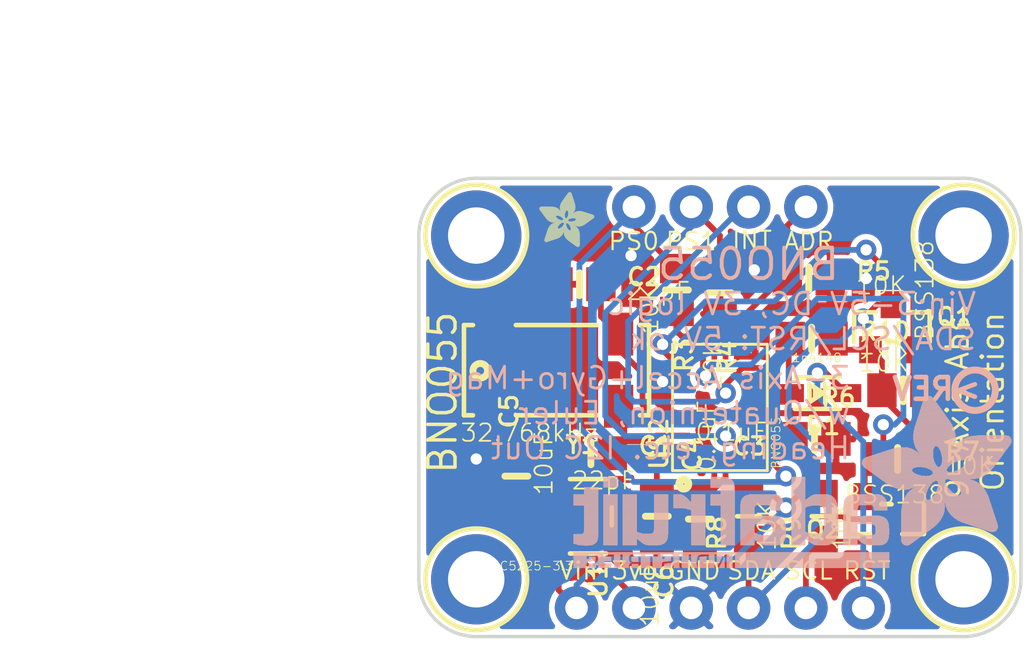
<source format=kicad_pcb>
(kicad_pcb (version 20171130) (host pcbnew no-vcs-found-7d6230a~61~ubuntu17.04.1)
  (layers (0 Top signal) (31 Bottom signal) (34 B.Paste user) (35 F.Paste user) (36 B.SilkS user) (37 F.SilkS user) (38 B.Mask user) (39 F.Mask user) (44 Edge.Cuts user))
  (net 0 "")
  (net 1 PS1_3V)
  (net 2 PS0_3V)
  (net 3 NRESET_3V)
  (net 4 INT_3V)
  (net 5 GND)
  (net 6 I2CADDR_3V)
  (net 7 SDA_3V)
  (net 8 SCL_3V)
  (net 9 N$1)
  (net 10 N$2)
  (net 11 N$3)
  (net 12 5.0V)
  (net 13 SDA_5V)
  (net 14 SCL_5V)
  (net 15 3.3V)
  (net 16 RST_5V)
  (module BNO055 (layer Top) (at 148.5011 105.0036 90)
    (fp_text reference U$2 (at -2.84 -2.248 90) (layer F.SilkS) (effects (font (size 0.77216 0.77216) (thickness 0.138988)) (justify left bottom)))
    (fp_text value BNO055 (at -2.74 2.71 90) (layer F.SilkS) (effects (font (size 0.38608 0.38608) (thickness 0.038608)) (justify left bottom)))
    (pad 28 smd rect (at -1.75 -1.5625 90) (size 0.25 0.475) (layers Top F.Paste F.Mask) (net 15 3.3V))
    (pad 27 smd rect (at -1.25 -1.5625 90) (size 0.25 0.475) (layers Top F.Paste F.Mask) (net 9 N$1))
    (pad 26 smd rect (at -0.75 -1.5625 90) (size 0.25 0.475) (layers Top F.Paste F.Mask) (net 10 N$2))
    (pad 25 smd rect (at -0.25 -1.5625 90) (size 0.25 0.475) (layers Top F.Paste F.Mask) (net 5 GND))
    (pad 24 smd rect (at 0.25 -1.5625 90) (size 0.25 0.475) (layers Top F.Paste F.Mask))
    (pad 23 smd rect (at 0.75 -1.5625 90) (size 0.25 0.475) (layers Top F.Paste F.Mask))
    (pad 22 smd rect (at 1.25 -1.5625 90) (size 0.25 0.475) (layers Top F.Paste F.Mask))
    (pad 21 smd rect (at 1.75 -1.5625 90) (size 0.25 0.475) (layers Top F.Paste F.Mask))
    (pad 20 smd rect (at 2.25 -1.5625 90) (size 0.25 0.475) (layers Top F.Paste F.Mask) (net 7 SDA_3V))
    (pad 19 smd rect (at 2.3125 -0.75 90) (size 0.375 0.25) (layers Top F.Paste F.Mask) (net 8 SCL_3V))
    (pad 18 smd rect (at 2.3125 -0.25 90) (size 0.375 0.25) (layers Top F.Paste F.Mask) (net 5 GND))
    (pad 17 smd rect (at 2.3125 0.25 90) (size 0.375 0.25) (layers Top F.Paste F.Mask) (net 6 I2CADDR_3V))
    (pad 16 smd rect (at 2.3125 0.75 90) (size 0.375 0.25) (layers Top F.Paste F.Mask) (net 5 GND))
    (pad 15 smd rect (at 2.25 1.5625 90) (size 0.25 0.475) (layers Top F.Paste F.Mask) (net 5 GND))
    (pad 14 smd rect (at 1.75 1.5625 90) (size 0.25 0.475) (layers Top F.Paste F.Mask) (net 4 INT_3V))
    (pad 13 smd rect (at 1.25 1.5625 90) (size 0.25 0.475) (layers Top F.Paste F.Mask))
    (pad 12 smd rect (at 0.75 1.5625 90) (size 0.25 0.475) (layers Top F.Paste F.Mask))
    (pad 11 smd rect (at 0.25 1.5625 90) (size 0.25 0.475) (layers Top F.Paste F.Mask) (net 3 NRESET_3V))
    (pad 10 smd rect (at -0.25 1.5625 90) (size 0.25 0.475) (layers Top F.Paste F.Mask) (net 5 GND))
    (pad 9 smd rect (at -0.75 1.5625 90) (size 0.25 0.475) (layers Top F.Paste F.Mask) (net 11 N$3))
    (pad 8 smd rect (at -1.25 1.5625 90) (size 0.25 0.475) (layers Top F.Paste F.Mask))
    (pad 7 smd rect (at -1.75 1.5625 90) (size 0.25 0.475) (layers Top F.Paste F.Mask))
    (pad 6 smd rect (at -2.25 1.5625 90) (size 0.25 0.475) (layers Top F.Paste F.Mask) (net 2 PS0_3V))
    (pad 5 smd rect (at -2.3125 0.75 90) (size 0.375 0.25) (layers Top F.Paste F.Mask) (net 1 PS1_3V))
    (pad 4 smd rect (at -2.3125 0.25 90) (size 0.375 0.25) (layers Top F.Paste F.Mask) (net 15 3.3V))
    (pad 3 smd rect (at -2.3125 -0.25 90) (size 0.375 0.25) (layers Top F.Paste F.Mask) (net 15 3.3V))
    (pad 2 smd rect (at -2.3125 -0.75 90) (size 0.375 0.25) (layers Top F.Paste F.Mask) (net 5 GND))
    (pad 1 smd rect (at -2.25 -1.5625 90) (size 0.25 0.475) (layers Top F.Paste F.Mask))
  )
  (module 0805-NO (layer Top) (at 146.5961 99.7966 270)
    (fp_text reference R3 (at 2.032 0.127 90) (layer F.SilkS) (effects (font (size 0.77216 0.77216) (thickness 0.138988)) (justify right top)))
    (fp_text value 10K (at 2.032 0.762 90) (layer F.SilkS) (effects (font (size 0.77216 0.77216) (thickness 0.077216)) (justify left bottom)))
    (pad 2 smd rect (at 0.95 0 270) (size 1.3 1.5) (layers Top F.Paste F.Mask) (net 5 GND))
    (pad 1 smd rect (at -0.95 0 270) (size 1.3 1.5) (layers Top F.Paste F.Mask) (net 2 PS0_3V))
  )
  (module 0805-NO (layer Top) (at 148.5011 99.9236 270)
    (fp_text reference R4 (at 2.032 0.127 90) (layer F.SilkS) (effects (font (size 0.77216 0.77216) (thickness 0.138988)) (justify right top)))
    (fp_text value 10K (at 2.032 0.762 90) (layer F.SilkS) (effects (font (size 0.77216 0.77216) (thickness 0.077216)) (justify right top)))
    (pad 2 smd rect (at 0.95 0 270) (size 1.3 1.5) (layers Top F.Paste F.Mask) (net 5 GND))
    (pad 1 smd rect (at -0.95 0 270) (size 1.3 1.5) (layers Top F.Paste F.Mask) (net 1 PS1_3V))
  )
  (module 0805-NO (layer Top) (at 152.4381 99.2886)
    (fp_text reference R5 (at 2.032 0.127) (layer F.SilkS) (effects (font (size 0.77216 0.77216) (thickness 0.138988)) (justify left bottom)))
    (fp_text value 10K (at 2.032 0.762) (layer F.SilkS) (effects (font (size 0.77216 0.77216) (thickness 0.077216)) (justify left bottom)))
    (pad 2 smd rect (at 0.95 0) (size 1.3 1.5) (layers Top F.Paste F.Mask) (net 5 GND))
    (pad 1 smd rect (at -0.95 0) (size 1.3 1.5) (layers Top F.Paste F.Mask) (net 6 I2CADDR_3V))
  )
  (module 0805-NO (layer Top) (at 156.6291 104.2416 180)
    (fp_text reference R6 (at 2.032 0.127) (layer F.SilkS) (effects (font (size 0.77216 0.77216) (thickness 0.138988)) (justify right top)))
    (fp_text value 10K (at 2.032 0.762) (layer F.SilkS) (effects (font (size 0.77216 0.77216) (thickness 0.077216)) (justify left bottom)))
    (pad 2 smd rect (at 0.95 0 180) (size 1.3 1.5) (layers Top F.Paste F.Mask) (net 15 3.3V))
    (pad 1 smd rect (at -0.95 0 180) (size 1.3 1.5) (layers Top F.Paste F.Mask) (net 7 SDA_3V))
  )
  (module 0805-NO (layer Top) (at 156.3751 107.2896)
    (fp_text reference R7 (at 2.032 0.127) (layer F.SilkS) (effects (font (size 0.77216 0.77216) (thickness 0.138988)) (justify left bottom)))
    (fp_text value 10K (at 2.032 0.762) (layer F.SilkS) (effects (font (size 0.77216 0.77216) (thickness 0.077216)) (justify left bottom)))
    (pad 2 smd rect (at 0.95 0) (size 1.3 1.5) (layers Top F.Paste F.Mask) (net 15 3.3V))
    (pad 1 smd rect (at -0.95 0) (size 1.3 1.5) (layers Top F.Paste F.Mask) (net 8 SCL_3V))
  )
  (module CRYSTAL_8X3.8 (layer Top) (at 141.2621 103.3526 180)
    (fp_text reference Y1 (at -1.9 -2.854) (layer F.SilkS) (effects (font (size 0.77216 0.77216) (thickness 0.138988)) (justify right top)))
    (fp_text value 32.768kHz (at -1.9 -2.327) (layer F.SilkS) (effects (font (size 0.77216 0.77216) (thickness 0.077216)) (justify right top)))
    (pad P$4 smd rect (at -2.75 -1.6 180) (size 1.3 1.9) (layers Top F.Paste F.Mask) (net 9 N$1))
    (pad P$3 smd rect (at 2.75 -1.6 180) (size 1.3 1.9) (layers Top F.Paste F.Mask))
    (pad P$2 smd rect (at 2.75 1.6 180) (size 1.3 1.9) (layers Top F.Paste F.Mask))
    (pad P$1 smd rect (at -2.75 1.6 180) (size 1.3 1.9) (layers Top F.Paste F.Mask) (net 10 N$2))
  )
  (module 0805-NO (layer Top) (at 142.7861 107.0356)
    (fp_text reference C1 (at 2.032 0.127) (layer F.SilkS) (effects (font (size 0.77216 0.77216) (thickness 0.138988)) (justify left bottom)))
    (fp_text value 22pF (at 2.032 0.762) (layer F.SilkS) (effects (font (size 0.77216 0.77216) (thickness 0.077216)) (justify right top)))
    (pad 2 smd rect (at 0.95 0) (size 1.3 1.5) (layers Top F.Paste F.Mask) (net 9 N$1))
    (pad 1 smd rect (at -0.95 0) (size 1.3 1.5) (layers Top F.Paste F.Mask) (net 5 GND))
  )
  (module 0805-NO (layer Top) (at 142.2781 99.5426)
    (fp_text reference C2 (at 2.032 0.127) (layer F.SilkS) (effects (font (size 0.77216 0.77216) (thickness 0.138988)) (justify left bottom)))
    (fp_text value 22pF (at 2.032 0.762) (layer F.SilkS) (effects (font (size 0.77216 0.77216) (thickness 0.077216)) (justify left bottom)))
    (pad 2 smd rect (at 0.95 0) (size 1.3 1.5) (layers Top F.Paste F.Mask) (net 10 N$2))
    (pad 1 smd rect (at -0.95 0) (size 1.3 1.5) (layers Top F.Paste F.Mask) (net 5 GND))
  )
  (module 0805-NO (layer Top) (at 152.6921 106.4006 180)
    (fp_text reference C3 (at 2.032 0.127) (layer F.SilkS) (effects (font (size 0.77216 0.77216) (thickness 0.138988)) (justify right top)))
    (fp_text value 0.1uF (at 2.032 0.762) (layer F.SilkS) (effects (font (size 0.77216 0.77216) (thickness 0.077216)) (justify right top)))
    (pad 2 smd rect (at 0.95 0 180) (size 1.3 1.5) (layers Top F.Paste F.Mask) (net 11 N$3))
    (pad 1 smd rect (at -0.95 0 180) (size 1.3 1.5) (layers Top F.Paste F.Mask) (net 5 GND))
  )
  (module 0805_10MGAP (layer Top) (at 147.6121 109.9566 90)
    (fp_text reference C4 (at 2.032 0.127 90) (layer F.SilkS) (effects (font (size 0.77216 0.77216) (thickness 0.138988)) (justify left bottom)))
    (fp_text value 0.1uF (at 2.032 0.762 90) (layer F.SilkS) (effects (font (size 0.77216 0.77216) (thickness 0.077216)) (justify left bottom)))
    (pad 2 smd rect (at 1.05 0 90) (size 1.2 1.5) (layers Top F.Paste F.Mask) (net 15 3.3V))
    (pad 1 smd rect (at -1.05 0 90) (size 1.2 1.5) (layers Top F.Paste F.Mask) (net 5 GND))
  )
  (module FIDUCIAL_1MM (layer Top) (at 155.9941 96.2406)
    (fp_text reference FID1 hide)
    (fp_text value FIDUCIAL"" hide)
    (pad 1 smd circle (at 0 0) (size 1 1) (layers Top F.Paste F.Mask))
  )
  (module FIDUCIAL_1MM (layer Top) (at 136.8171 109.3216)
    (fp_text reference FID2 hide)
    (fp_text value FIDUCIAL"" hide)
    (pad 1 smd circle (at 0 0) (size 1 1) (layers Top F.Paste F.Mask))
  )
  (module SOT23-WIDE (layer Top) (at 156.1211 101.4476)
    (fp_text reference Q1 (at 1.905 0) (layer F.SilkS) (effects (font (size 0.77216 0.77216) (thickness 0.138988)) (justify left bottom)))
    (fp_text value BSS138 (at 1.905 0.635 90) (layer F.SilkS) (effects (font (size 0.77216 0.77216) (thickness 0.077216)) (justify left bottom)))
    (pad 1 smd rect (at -0.95 1) (size 1 1.2) (layers Top F.Paste F.Mask) (net 15 3.3V))
    (pad 2 smd rect (at 0.95 1) (size 1 1.2) (layers Top F.Paste F.Mask) (net 7 SDA_3V))
    (pad 3 smd rect (at 0 -1) (size 1 1.2) (layers Top F.Paste F.Mask) (net 13 SDA_5V))
  )
  (module SOT23-WIDE (layer Top) (at 155.8671 109.9566 180)
    (fp_text reference Q2 (at 1.905 0) (layer F.SilkS) (effects (font (size 0.77216 0.77216) (thickness 0.138988)) (justify right top)))
    (fp_text value BSS138 (at 1.905 0.635) (layer F.SilkS) (effects (font (size 0.77216 0.77216) (thickness 0.077216)) (justify left bottom)))
    (pad 1 smd rect (at -0.95 1 180) (size 1 1.2) (layers Top F.Paste F.Mask) (net 15 3.3V))
    (pad 2 smd rect (at 0.95 1 180) (size 1 1.2) (layers Top F.Paste F.Mask) (net 8 SCL_3V))
    (pad 3 smd rect (at 0 -1 180) (size 1 1.2) (layers Top F.Paste F.Mask) (net 14 SCL_5V))
  )
  (module _0805MP (layer Top) (at 149.7711 109.8296 90)
    (fp_text reference R8 (at -1.5875 -0.9525 90) (layer F.SilkS) (effects (font (size 0.77216 0.77216) (thickness 0.138988)) (justify left bottom)))
    (fp_text value 10K (at -1.5875 1.27 90) (layer F.SilkS) (effects (font (size 0.77216 0.77216) (thickness 0.077216)) (justify left bottom)))
    (pad 2 smd rect (at 1.016 0 90) (size 1.2 1.3) (layers Top F.Paste F.Mask) (net 12 5.0V))
    (pad 1 smd rect (at -1.016 0 90) (size 1.2 1.3) (layers Top F.Paste F.Mask) (net 13 SDA_5V))
  )
  (module _0805MP (layer Top) (at 153.0731 109.8296 90)
    (fp_text reference R9 (at -1.5875 -0.9525 90) (layer F.SilkS) (effects (font (size 0.77216 0.77216) (thickness 0.138988)) (justify left bottom)))
    (fp_text value 10K (at -1.5875 1.27 90) (layer F.SilkS) (effects (font (size 0.77216 0.77216) (thickness 0.077216)) (justify left bottom)))
    (pad 2 smd rect (at 1.016 0 90) (size 1.2 1.3) (layers Top F.Paste F.Mask) (net 12 5.0V))
    (pad 1 smd rect (at -1.016 0 90) (size 1.2 1.3) (layers Top F.Paste F.Mask) (net 14 SCL_5V))
  )
  (module SOT23-5 (layer Top) (at 142.6591 109.8296 270)
    (fp_text reference U1 (at 1.978 0 90) (layer F.SilkS) (effects (font (size 0.77216 0.77216) (thickness 0.138988)) (justify right top)))
    (fp_text value MIC5225-3.3 (at 1.978 0.635) (layer F.SilkS) (effects (font (size 0.38608 0.38608) (thickness 0.038608)) (justify right top)))
    (pad 5 smd rect (at -0.95 -1.3001 270) (size 0.55 1.2) (layers Top F.Paste F.Mask) (net 15 3.3V))
    (pad 4 smd rect (at 0.95 -1.3001 270) (size 0.55 1.2) (layers Top F.Paste F.Mask))
    (pad 3 smd rect (at 0.95 1.3001 270) (size 0.55 1.2) (layers Top F.Paste F.Mask) (net 12 5.0V))
    (pad 2 smd rect (at 0 1.3001 270) (size 0.55 1.2) (layers Top F.Paste F.Mask) (net 5 GND))
    (pad 1 smd rect (at -0.95 1.3001 270) (size 0.55 1.2) (layers Top F.Paste F.Mask) (net 12 5.0V))
  )
  (module 0805-NO (layer Top) (at 139.4841 108.0516 90)
    (fp_text reference C5 (at 2.032 0.127 90) (layer F.SilkS) (effects (font (size 0.77216 0.77216) (thickness 0.138988)) (justify left bottom)))
    (fp_text value 10uF (at 2.032 0.762 90) (layer F.SilkS) (effects (font (size 0.77216 0.77216) (thickness 0.077216)) (justify right top)))
    (pad 2 smd rect (at 0.95 0 90) (size 1.3 1.5) (layers Top F.Paste F.Mask) (net 5 GND))
    (pad 1 smd rect (at -0.95 0 90) (size 1.3 1.5) (layers Top F.Paste F.Mask) (net 12 5.0V))
  )
  (module 0805_10MGAP (layer Top) (at 145.7071 109.8296 270)
    (fp_text reference C6 (at 2.032 0.127 90) (layer F.SilkS) (effects (font (size 0.77216 0.77216) (thickness 0.138988)) (justify right top)))
    (fp_text value 10uF (at 2.032 0.762 90) (layer F.SilkS) (effects (font (size 0.77216 0.77216) (thickness 0.077216)) (justify right top)))
    (pad 2 smd rect (at 1.05 0 270) (size 1.2 1.5) (layers Top F.Paste F.Mask) (net 5 GND))
    (pad 1 smd rect (at -1.05 0 270) (size 1.2 1.5) (layers Top F.Paste F.Mask) (net 15 3.3V))
  )
  (module 0805-NO (layer Top) (at 152.5651 101.9556)
    (fp_text reference R10 (at 2.032 0.127) (layer F.SilkS) (effects (font (size 0.77216 0.77216) (thickness 0.138988)) (justify left bottom)))
    (fp_text value 10K (at 2.032 0.762) (layer F.SilkS) (effects (font (size 0.77216 0.77216) (thickness 0.077216)) (justify left bottom)))
    (pad 2 smd rect (at 0.95 0) (size 1.3 1.5) (layers Top F.Paste F.Mask) (net 15 3.3V))
    (pad 1 smd rect (at -0.95 0) (size 1.3 1.5) (layers Top F.Paste F.Mask) (net 3 NRESET_3V))
  )
  (module MOUNTINGHOLE_2.5_PLATED_THICK (layer Top) (at 137.7061 97.3836)
    (fp_text reference U$29 hide)
    (fp_text value MOUNTINGHOLE2.5_THICK hide)
    (pad P$1 thru_hole circle (at 0 0) (size 4 4) (drill 2.5) (layers *.Cu *.Mask))
  )
  (module MOUNTINGHOLE_2.5_PLATED_THICK (layer Top) (at 137.7061 112.6236)
    (fp_text reference U$30 hide)
    (fp_text value MOUNTINGHOLE2.5_THICK hide)
    (pad P$1 thru_hole circle (at 0 0) (size 4 4) (drill 2.5) (layers *.Cu *.Mask))
  )
  (module 1X06_ROUND_76 (layer Top) (at 148.5011 113.8936)
    (fp_text reference JP1 hide)
    (fp_text value "" (at -7.62 1.905) (layer F.SilkS) (effects (font (size 0.38608 0.38608) (thickness 0.038608)) (justify left bottom)))
    (pad 6 thru_hole circle (at 6.35 0 90) (size 1.9304 1.9304) (drill 1) (layers *.Cu *.Mask) (net 16 RST_5V))
    (pad 5 thru_hole circle (at 3.81 0 90) (size 1.9304 1.9304) (drill 1) (layers *.Cu *.Mask) (net 14 SCL_5V))
    (pad 4 thru_hole circle (at 1.27 0 90) (size 1.9304 1.9304) (drill 1) (layers *.Cu *.Mask) (net 13 SDA_5V))
    (pad 3 thru_hole circle (at -1.27 0 90) (size 1.9304 1.9304) (drill 1) (layers *.Cu *.Mask) (net 5 GND))
    (pad 2 thru_hole circle (at -3.81 0 90) (size 1.9304 1.9304) (drill 1) (layers *.Cu *.Mask) (net 15 3.3V))
    (pad 1 thru_hole circle (at -6.35 0 90) (size 1.9304 1.9304) (drill 1) (layers *.Cu *.Mask) (net 12 5.0V))
  )
  (module 1X04_ROUND_76 (layer Top) (at 148.5011 96.1136)
    (fp_text reference JP2 hide)
    (fp_text value "" (at -5.08 3.175) (layer F.SilkS) (effects (font (size 0.38608 0.38608) (thickness 0.038608)) (justify left bottom)))
    (pad 4 thru_hole circle (at 3.81 0 90) (size 1.9304 1.9304) (drill 1) (layers *.Cu *.Mask) (net 6 I2CADDR_3V))
    (pad 3 thru_hole circle (at 1.27 0 90) (size 1.9304 1.9304) (drill 1) (layers *.Cu *.Mask) (net 4 INT_3V))
    (pad 2 thru_hole circle (at -1.27 0 90) (size 1.9304 1.9304) (drill 1) (layers *.Cu *.Mask) (net 1 PS1_3V))
    (pad 1 thru_hole circle (at -3.81 0 90) (size 1.9304 1.9304) (drill 1) (layers *.Cu *.Mask) (net 2 PS0_3V))
  )
  (module MOUNTINGHOLE_2.5_PLATED_THICK (layer Top) (at 159.2961 97.3836)
    (fp_text reference U$31 hide)
    (fp_text value MOUNTINGHOLE2.5_THICK hide)
    (pad P$1 thru_hole circle (at 0 0) (size 4 4) (drill 2.5) (layers *.Cu *.Mask))
  )
  (module MOUNTINGHOLE_2.5_PLATED_THICK (layer Top) (at 159.2961 112.6236)
    (fp_text reference U$32 hide)
    (fp_text value MOUNTINGHOLE2.5_THICK hide)
    (pad P$1 thru_hole circle (at 0 0) (size 4 4) (drill 2.5) (layers *.Cu *.Mask))
  )
  (module SOD-323 (layer Top) (at 152.8191 104.3686 180)
    (fp_text reference D1 (at -1.1 -1) (layer F.SilkS) (effects (font (size 0.77216 0.77216) (thickness 0.138988)) (justify right top)))
    (fp_text value 1n4148 (at -1.1 1.792) (layer F.SilkS) (effects (font (size 0.38608 0.38608) (thickness 0.038608)) (justify right top)))
    (pad A smd rect (at 1.27 0 180) (size 1.35 0.8) (layers Top F.Paste F.Mask) (net 3 NRESET_3V))
    (pad C smd rect (at -1.27 0 180) (size 1.35 0.8) (layers Top F.Paste F.Mask) (net 16 RST_5V))
  )
  (module PCBFEAT-REV-040 (layer Bottom) (at 159.8041 104.2416 180)
    (fp_text reference U$3 hide)
    (fp_text value "" hide)
    (fp_text user >REV (at -0.3556 -0.508 180) (layer B.SilkS) (effects (font (size 0.9652 0.9652) (thickness 0.2032)) (justify left bottom mirror)))
  )
  (module ADAFRUIT_TEXT_20MM (layer Bottom) (at 161.5821 112.1156 180)
    (fp_text reference U$28 hide)
    (fp_text value "" hide)
  )
  (module ADAFRUIT_2.5MM (layer Top) (at 140.5001 97.8916)
    (fp_text reference U$33 hide)
    (fp_text value "" hide)
  )
  (gr_line (start 137.7061 94.8436) (end 159.2961 94.8436) (layer Edge.Cuts) (width 0.15))
  (gr_arc (start 159.2961 97.3836) (end 159.2961 94.8436) (angle 90) (layer Edge.Cuts) (width 0.15))
  (gr_line (start 161.8361 97.3836) (end 161.8361 112.6236) (layer Edge.Cuts) (width 0.15))
  (gr_arc (start 159.2961 112.6236) (end 161.8361 112.6236) (angle 90) (layer Edge.Cuts) (width 0.15))
  (gr_line (start 159.2961 115.1636) (end 137.7061 115.1636) (layer Edge.Cuts) (width 0.15))
  (gr_arc (start 137.7061 112.6236) (end 137.7061 115.1636) (angle 90) (layer Edge.Cuts) (width 0.15))
  (gr_line (start 135.1661 112.6236) (end 135.1661 97.3836) (layer Edge.Cuts) (width 0.15))
  (gr_arc (start 137.7061 97.3836) (end 135.1661 97.3836) (angle 90) (layer Edge.Cuts) (width 0.15))
  (gr_text BNO055 (at 136.2161 104.3466 90) (layer F.SilkS) (effects (font (size 1.2065 1.2065) (thickness 0.1524))))
  (gr_text Vin (at 142.2401 112.2426) (layer F.SilkS) (effects (font (size 0.77216 0.77216) (thickness 0.097536))))
  (gr_text GND (at 147.3531 112.2426) (layer F.SilkS) (effects (font (size 0.77216 0.77216) (thickness 0.097536))))
  (gr_text SDA (at 149.8931 112.2426) (layer F.SilkS) (effects (font (size 0.77216 0.77216) (thickness 0.097536))))
  (gr_text SCL (at 152.4331 112.2426) (layer F.SilkS) (effects (font (size 0.77216 0.77216) (thickness 0.097536))))
  (gr_text INT (at 149.9241 97.5896) (layer F.SilkS) (effects (font (size 0.77216 0.77216) (thickness 0.097536))))
  (gr_text RST (at 155.0131 112.2426) (layer F.SilkS) (effects (font (size 0.77216 0.77216) (thickness 0.097536))))
  (gr_text PS0 (at 144.6861 97.6376) (layer F.SilkS) (effects (font (size 0.77216 0.77216) (thickness 0.097536))))
  (gr_text PS1 (at 147.2261 97.6376) (layer F.SilkS) (effects (font (size 0.77216 0.77216) (thickness 0.097536))))
  (gr_text 3vo (at 144.7131 112.2426) (layer F.SilkS) (effects (font (size 0.77216 0.77216) (thickness 0.097536))))
  (gr_text ADR (at 152.4471 97.6376) (layer F.SilkS) (effects (font (size 0.77216 0.77216) (thickness 0.097536))))
  (gr_text "9-Axis Abs.\nOrientation" (at 159.8041 104.7496 90) (layer F.SilkS) (effects (font (size 0.9652 0.9652) (thickness 0.12192))))
  (gr_text BNO055 (at 149.7711 98.6536) (layer B.SilkS) (effects (font (size 1.35128 1.35128) (thickness 0.170688)) (justify mirror)))
  (gr_text "Vin:3-5V DC, 3V logic\nSDA/SCL/RST: 5V ok" (at 159.9311 101.1936) (layer B.SilkS) (effects (font (size 0.9652 0.9652) (thickness 0.12192)) (justify left mirror)))
  (gr_text "3-Axis Accel+Gyro+Mag\nw/Quaternion, Euler\nHeading, etc. I2C Out" (at 154.3431 105.2576) (layer B.SilkS) (effects (font (size 0.9652 0.9652) (thickness 0.12192)) (justify left mirror)))
  (segment (start 147.2311 96.1136) (end 148.5011 97.3836) (width 0.254) (layer Top) (net 1))
  (segment (start 148.5011 97.3836) (end 148.5011 98.9736) (width 0.254) (layer Top) (net 1))
  (segment (start 149.2511 107.3161) (end 149.2511 106.6426) (width 0.254) (layer Top) (net 1))
  (segment (start 149.2511 106.6426) (end 148.8821 106.2736) (width 0.254) (layer Top) (net 1))
  (segment (start 148.8821 106.2736) (end 148.7551 106.2736) (width 0.254) (layer Top) (net 1))
  (via (at 148.7551 106.2736) (size 0.9064) (drill 0.5) (layers Top Bottom) (net 1))
  (segment (start 148.7551 106.2736) (end 144.3101 106.2736) (width 0.254) (layer Bottom) (net 1))
  (segment (start 144.3101 106.2736) (end 143.4211 105.3846) (width 0.254) (layer Bottom) (net 1))
  (segment (start 143.4211 105.3846) (end 143.4211 100.8126) (width 0.254) (layer Bottom) (net 1))
  (segment (start 143.4211 100.8126) (end 147.2311 97.0026) (width 0.254) (layer Bottom) (net 1))
  (segment (start 147.2311 97.0026) (end 147.2311 96.1136) (width 0.254) (layer Bottom) (net 1))
  (segment (start 144.6911 96.1136) (end 144.6911 96.9416) (width 0.254) (layer Top) (net 2))
  (segment (start 144.6911 96.9416) (end 146.5961 98.8466) (width 0.254) (layer Top) (net 2))
  (segment (start 150.0636 107.2536) (end 150.6241 107.2536) (width 0.254) (layer Top) (net 2))
  (via (at 151.4221 108.0516) (size 0.9064) (drill 0.5) (layers Top Bottom) (net 2))
  (segment (start 144.6911 96.1136) (end 144.6911 96.2406) (width 0.254) (layer Bottom) (net 2))
  (segment (start 144.6911 96.2406) (end 142.2781 98.6536) (width 0.254) (layer Bottom) (net 2))
  (segment (start 142.2781 98.6536) (end 142.2781 105.8926) (width 0.254) (layer Bottom) (net 2))
  (segment (start 142.2781 105.8926) (end 144.6911 108.3056) (width 0.254) (layer Bottom) (net 2))
  (segment (start 144.6911 108.3056) (end 151.1681 108.3056) (width 0.254) (layer Bottom) (net 2))
  (segment (start 151.1681 108.3056) (end 151.4221 108.0516) (width 0.254) (layer Bottom) (net 2))
  (segment (start 150.6241 107.2536) (end 151.4221 108.0516) (width 0.254) (layer Top) (net 2))
  (segment (start 150.0636 104.7536) (end 151.4181 104.7536) (width 0.254) (layer Top) (net 3))
  (segment (start 151.4181 104.7536) (end 151.5491 104.6226) (width 0.254) (layer Top) (net 3))
  (segment (start 151.5491 104.6226) (end 151.5491 104.3686) (width 0.254) (layer Top) (net 3))
  (segment (start 151.6151 101.9556) (end 151.5491 101.8896) (width 0.254) (layer Top) (net 3))
  (segment (start 151.5491 101.8896) (end 151.5491 104.3686) (width 0.254) (layer Top) (net 3))
  (segment (start 150.0636 103.2536) (end 149.4891 103.2536) (width 0.254) (layer Top) (net 4))
  (segment (start 149.4891 103.2536) (end 148.7551 103.9876) (width 0.254) (layer Top) (net 4))
  (segment (start 148.7551 103.9876) (end 148.7551 104.3686) (width 0.254) (layer Top) (net 4))
  (via (at 148.7551 104.3686) (size 0.9064) (drill 0.5) (layers Top Bottom) (net 4))
  (segment (start 144.6911 104.7496) (end 148.3741 104.7496) (width 0.254) (layer Bottom) (net 4))
  (segment (start 148.3741 104.7496) (end 148.7551 104.3686) (width 0.254) (layer Bottom) (net 4))
  (segment (start 144.4371 101.1936) (end 149.5171 96.1136) (width 0.254) (layer Bottom) (net 4))
  (segment (start 149.5171 96.1136) (end 149.7711 96.1136) (width 0.254) (layer Bottom) (net 4))
  (segment (start 144.6911 104.7496) (end 144.4371 104.4956) (width 0.254) (layer Bottom) (net 4))
  (segment (start 144.4371 104.4956) (end 144.4371 101.1936) (width 0.254) (layer Bottom) (net 4))
  (segment (start 146.558 101.6) (end 146.5961 101.5619) (width 0.25) (layer Top) (net 5))
  (segment (start 146.5961 101.5619) (end 146.5961 100.7466) (width 0.25) (layer Top) (net 5))
  (segment (start 146.812 101.854) (end 146.558 101.6) (width 0.25) (layer Top) (net 5))
  (segment (start 147.8035 101.854) (end 146.812 101.854) (width 0.25) (layer Top) (net 5))
  (segment (start 148.2511 102.6911) (end 148.2511 102.108) (width 0.254) (layer Top) (net 5))
  (segment (start 148.2511 102.108) (end 148.2511 101.1236) (width 0.254) (layer Top) (net 5))
  (segment (start 148.2511 102.108) (end 148.0575 102.108) (width 0.25) (layer Top) (net 5))
  (segment (start 148.0575 102.108) (end 147.8035 101.854) (width 0.25) (layer Top) (net 5))
  (segment (start 147.7511 107.3161) (end 147.7511 105.6506) (width 0.254) (layer Top) (net 5))
  (segment (start 147.7511 105.6506) (end 147.4216 105.3211) (width 0.254) (layer Top) (net 5))
  (segment (start 147.4216 105.3211) (end 147.3541 105.2536) (width 0.254) (layer Top) (net 5))
  (segment (start 147.3541 105.2536) (end 146.9386 105.2536) (width 0.254) (layer Top) (net 5))
  (segment (start 148.2511 101.1236) (end 148.5011 100.8736) (width 0.254) (layer Top) (net 5))
  (via (at 137.7061 107.2896) (size 0.9064) (drill 0.5) (layers Top Bottom) (net 5))
  (via (at 144.5641 98.2726) (size 0.9064) (drill 0.5) (layers Top Bottom) (net 5))
  (via (at 154.9781 99.2886) (size 0.9064) (drill 0.5) (layers Top Bottom) (net 5))
  (segment (start 149.2511 102.6911) (end 149.3136 102.7536) (width 0.254) (layer Top) (net 5))
  (segment (start 149.3136 102.7536) (end 150.0636 102.7536) (width 0.254) (layer Top) (net 5))
  (segment (start 146.9386 105.2536) (end 146.4651 105.2536) (width 0.254) (layer Top) (net 5))
  (segment (start 146.4651 105.2536) (end 146.2151 105.0036) (width 0.254) (layer Top) (net 5))
  (segment (start 146.2151 105.0036) (end 146.2151 103.9876) (width 0.254) (layer Top) (net 5))
  (via (at 145.9611 103.8606) (size 0.9064) (drill 0.5) (layers Top Bottom) (net 5))
  (segment (start 146.0881 103.6066) (end 145.9611 103.4796) (width 0.254) (layer Bottom) (net 5))
  (via (at 150.0251 98.9076) (size 0.9064) (drill 0.5) (layers Top Bottom) (net 5))
  (segment (start 150.0636 105.2536) (end 153.7041 105.2536) (width 0.254) (layer Top) (net 5))
  (segment (start 153.7041 105.2536) (end 153.7081 105.2576) (width 0.254) (layer Top) (net 5))
  (segment (start 153.7081 105.2576) (end 153.7081 106.3346) (width 0.254) (layer Top) (net 5))
  (segment (start 153.7081 106.3346) (end 153.6421 106.4006) (width 0.254) (layer Top) (net 5))
  (segment (start 150.0636 105.2536) (end 147.4891 105.2536) (width 0.254) (layer Top) (net 5))
  (segment (start 147.4891 105.2536) (end 147.4216 105.3211) (width 0.254) (layer Top) (net 5))
  (segment (start 150.5331 101.0666) (end 150.9141 100.6856) (width 0.254) (layer Top) (net 5))
  (segment (start 153.0731 99.2886) (end 153.3881 99.2886) (width 0.254) (layer Top) (net 5))
  (segment (start 149.3901 101.9556) (end 148.8821 101.9556) (width 0.254) (layer Top) (net 6))
  (segment (start 148.8821 101.9556) (end 148.7511 102.0866) (width 0.254) (layer Top) (net 6))
  (segment (start 148.7511 102.0866) (end 148.7511 102.6911) (width 0.254) (layer Top) (net 6))
  (segment (start 149.3901 101.9556) (end 149.7711 101.5746) (width 0.254) (layer Top) (net 6))
  (segment (start 149.7711 101.5746) (end 149.7711 100.7516) (width 0.254) (layer Top) (net 6))
  (segment (start 151.4881 99.2886) (end 151.4881 96.9366) (width 0.254) (layer Top) (net 6))
  (segment (start 151.4881 96.9366) (end 152.3111 96.1136) (width 0.254) (layer Top) (net 6))
  (segment (start 149.7711 100.7516) (end 151.2341 99.2886) (width 0.254) (layer Top) (net 6))
  (segment (start 151.2341 99.2886) (end 151.4881 99.2886) (width 0.254) (layer Top) (net 6))
  (segment (start 146.9386 102.7536) (end 146.2511 102.7536) (width 0.254) (layer Top) (net 7))
  (segment (start 146.2511 102.7536) (end 145.9611 102.4636) (width 0.254) (layer Top) (net 7))
  (segment (start 145.9611 102.4636) (end 145.9611 102.2096) (width 0.254) (layer Top) (net 7))
  (via (at 145.9611 102.2096) (size 0.9064) (drill 0.5) (layers Top Bottom) (net 7))
  (via (at 154.9781 98.0186) (size 0.9064) (drill 0.5) (layers Top Bottom) (net 7))
  (segment (start 147.8661 100.3046) (end 145.9611 102.2096) (width 0.254) (layer Bottom) (net 7))
  (segment (start 147.8661 100.3046) (end 150.9141 100.3046) (width 0.254) (layer Bottom) (net 7))
  (segment (start 150.9141 100.3046) (end 153.2001 98.0186) (width 0.254) (layer Bottom) (net 7))
  (segment (start 153.2001 98.0186) (end 154.9781 98.0186) (width 0.254) (layer Bottom) (net 7))
  (segment (start 157.5791 104.2416) (end 157.0711 103.7336) (width 0.254) (layer Top) (net 7))
  (segment (start 157.0711 103.7336) (end 157.0711 102.4476) (width 0.254) (layer Top) (net 7))
  (segment (start 157.0711 102.4476) (end 157.0711 99.4766) (width 0.254) (layer Top) (net 7))
  (segment (start 157.0711 99.4766) (end 156.5021 98.9076) (width 0.254) (layer Top) (net 7))
  (segment (start 156.5021 98.9076) (end 155.8671 98.9076) (width 0.254) (layer Top) (net 7))
  (segment (start 155.8671 98.9076) (end 154.9781 98.0186) (width 0.254) (layer Top) (net 7))
  (segment (start 147.7511 102.6911) (end 147.7511 103.4916) (width 0.254) (layer Top) (net 8))
  (segment (start 147.7511 103.4916) (end 147.8661 103.6066) (width 0.254) (layer Top) (net 8))
  (via (at 147.8661 103.6066) (size 0.9064) (drill 0.5) (layers Top Bottom) (net 8))
  (segment (start 147.8661 103.6066) (end 147.8661 103.3526) (width 0.254) (layer Bottom) (net 8))
  (segment (start 147.8661 103.3526) (end 148.1201 103.0986) (width 0.254) (layer Bottom) (net 8))
  (segment (start 148.1201 103.0986) (end 149.8981 103.0986) (width 0.254) (layer Bottom) (net 8))
  (segment (start 149.8981 103.0986) (end 152.8191 100.1776) (width 0.254) (layer Bottom) (net 8))
  (segment (start 152.8191 100.1776) (end 156.5021 100.1776) (width 0.254) (layer Bottom) (net 8))
  (segment (start 156.5021 100.1776) (end 156.6291 100.3046) (width 0.254) (layer Bottom) (net 8))
  (segment (start 156.6291 100.3046) (end 156.6291 105.3846) (width 0.254) (layer Bottom) (net 8))
  (segment (start 156.6291 105.3846) (end 156.2481 105.7656) (width 0.254) (layer Bottom) (net 8))
  (segment (start 156.2481 105.7656) (end 155.7401 105.7656) (width 0.254) (layer Bottom) (net 8))
  (via (at 155.7401 105.7656) (size 0.9064) (drill 0.5) (layers Top Bottom) (net 8))
  (segment (start 155.7401 105.7656) (end 155.7401 107.2236) (width 0.254) (layer Top) (net 8))
  (segment (start 155.7401 107.2236) (end 155.6741 107.2896) (width 0.254) (layer Top) (net 8))
  (segment (start 155.6741 107.2896) (end 155.4251 107.2896) (width 0.254) (layer Top) (net 8))
  (segment (start 155.4251 107.2896) (end 154.9171 107.7976) (width 0.254) (layer Top) (net 8))
  (segment (start 154.9171 107.7976) (end 154.9171 108.9566) (width 0.254) (layer Top) (net 8))
  (segment (start 146.9386 106.2536) (end 145.6941 106.2536) (width 0.254) (layer Top) (net 9))
  (segment (start 144.2661 106.5056) (end 143.7361 107.0356) (width 0.254) (layer Top) (net 9))
  (segment (start 145.6941 106.2536) (end 145.4421 106.5056) (width 0.254) (layer Top) (net 9))
  (segment (start 145.4421 106.5056) (end 144.2661 106.5056) (width 0.254) (layer Top) (net 9))
  (segment (start 144.0121 104.9526) (end 144.2661 105.2066) (width 0.254) (layer Top) (net 9))
  (segment (start 144.2661 105.2066) (end 144.2661 106.5056) (width 0.254) (layer Top) (net 9))
  (segment (start 146.9386 105.7536) (end 145.9491 105.7536) (width 0.254) (layer Top) (net 10))
  (segment (start 145.9491 105.7536) (end 145.0721 104.8766) (width 0.254) (layer Top) (net 10))
  (segment (start 145.0721 104.8766) (end 145.0721 103.4796) (width 0.254) (layer Top) (net 10))
  (segment (start 145.0721 103.4796) (end 144.0121 102.4196) (width 0.254) (layer Top) (net 10))
  (segment (start 143.2281 100.9686) (end 143.2281 99.5426) (width 0.254) (layer Top) (net 10))
  (segment (start 143.2281 100.9686) (end 144.0121 101.7526) (width 0.254) (layer Top) (net 10))
  (segment (start 144.0121 102.4196) (end 144.0121 101.7526) (width 0.254) (layer Top) (net 10))
  (segment (start 150.0636 105.7536) (end 151.0951 105.7536) (width 0.254) (layer Top) (net 11))
  (segment (start 151.0951 105.7536) (end 151.7421 106.4006) (width 0.254) (layer Top) (net 11))
  (segment (start 142.1511 113.8936) (end 141.359 113.1015) (width 0.254) (layer Top) (net 12))
  (segment (start 141.359 113.1015) (end 141.359 110.7796) (width 0.254) (layer Top) (net 12))
  (segment (start 141.359 108.8796) (end 140.5611 108.8796) (width 0.254) (layer Top) (net 12))
  (via (at 151.4221 109.4486) (size 0.9064) (drill 0.5) (layers Top Bottom) (net 12))
  (segment (start 151.4221 109.4486) (end 149.1361 111.7346) (width 0.254) (layer Bottom) (net 12))
  (segment (start 149.1361 111.7346) (end 143.2941 111.7346) (width 0.254) (layer Bottom) (net 12))
  (segment (start 143.2941 111.7346) (end 142.1511 112.8776) (width 0.254) (layer Bottom) (net 12))
  (segment (start 142.1511 112.8776) (end 142.1511 113.8936) (width 0.254) (layer Bottom) (net 12))
  (segment (start 141.359 110.7796) (end 139.7991 110.7796) (width 0.254) (layer Top) (net 12))
  (segment (start 139.7991 110.7796) (end 139.4841 110.4646) (width 0.254) (layer Top) (net 12))
  (segment (start 139.4841 110.4646) (end 139.4841 109.0016) (width 0.254) (layer Top) (net 12))
  (segment (start 149.7711 108.8136) (end 150.7871 108.8136) (width 0.254) (layer Top) (net 12))
  (segment (start 150.7871 108.8136) (end 151.4221 109.4486) (width 0.254) (layer Top) (net 12))
  (segment (start 153.0731 108.8136) (end 152.0571 108.8136) (width 0.254) (layer Top) (net 12))
  (segment (start 152.0571 108.8136) (end 151.4221 109.4486) (width 0.254) (layer Top) (net 12))
  (segment (start 140.5611 108.8796) (end 140.4391 109.0016) (width 0.254) (layer Top) (net 12))
  (segment (start 140.4391 109.0016) (end 139.4841 109.0016) (width 0.254) (layer Top) (net 12))
  (segment (start 149.7711 110.8456) (end 149.7711 113.8936) (width 0.254) (layer Top) (net 13))
  (segment (start 149.7711 113.8936) (end 153.3271 110.3376) (width 0.254) (layer Bottom) (net 13))
  (segment (start 153.3271 110.3376) (end 153.3271 107.1626) (width 0.254) (layer Bottom) (net 13))
  (segment (start 153.3271 107.1626) (end 151.5491 105.3846) (width 0.254) (layer Bottom) (net 13))
  (via (at 154.8511 101.0666) (size 0.9064) (drill 0.5) (layers Top Bottom) (net 13))
  (segment (start 154.8511 101.0666) (end 155.4701 100.4476) (width 0.254) (layer Top) (net 13))
  (segment (start 155.4701 100.4476) (end 156.1211 100.4476) (width 0.254) (layer Top) (net 13))
  (segment (start 153.8351 102.0826) (end 154.8511 101.0666) (width 0.254) (layer Bottom) (net 13))
  (segment (start 151.5491 105.3846) (end 151.5491 103.3526) (width 0.254) (layer Bottom) (net 13))
  (segment (start 151.5491 103.3526) (end 152.8191 102.0826) (width 0.254) (layer Bottom) (net 13))
  (segment (start 152.8191 102.0826) (end 153.8351 102.0826) (width 0.254) (layer Bottom) (net 13))
  (segment (start 152.3111 113.8936) (end 152.3111 111.5416) (width 0.254) (layer Top) (net 14))
  (segment (start 152.3111 111.5416) (end 153.0071 110.8456) (width 0.254) (layer Top) (net 14))
  (segment (start 153.0071 110.8456) (end 153.0731 110.8456) (width 0.254) (layer Top) (net 14))
  (segment (start 153.0731 110.8456) (end 153.1841 110.9566) (width 0.254) (layer Top) (net 14))
  (segment (start 153.1841 110.9566) (end 155.8671 110.9566) (width 0.254) (layer Top) (net 14))
  (segment (start 148.2511 107.3161) (end 148.2511 108.6176) (width 0.254) (layer Top) (net 15))
  (segment (start 148.7511 107.3161) (end 148.7511 108.1176) (width 0.254) (layer Top) (net 15))
  (segment (start 146.9386 106.7536) (end 146.1161 106.7536) (width 0.254) (layer Top) (net 15))
  (segment (start 146.1161 106.7536) (end 145.7071 107.1626) (width 0.254) (layer Top) (net 15))
  (segment (start 145.7071 107.1626) (end 145.7071 108.7796) (width 0.254) (layer Top) (net 15))
  (segment (start 157.1981 107.4166) (end 157.3251 107.2896) (width 0.254) (layer Top) (net 15))
  (segment (start 144.6911 113.8936) (end 144.6911 113.3856) (width 0.254) (layer Top) (net 15))
  (segment (start 144.6911 113.3856) (end 142.9131 111.6076) (width 0.254) (layer Top) (net 15))
  (segment (start 142.9131 111.6076) (end 142.9131 110.2106) (width 0.254) (layer Top) (net 15))
  (segment (start 142.9131 110.2106) (end 143.2941 109.8296) (width 0.254) (layer Top) (net 15))
  (segment (start 143.2941 109.8296) (end 143.9592 109.1645) (width 0.254) (layer Top) (net 15))
  (segment (start 143.9592 109.1645) (end 143.9592 108.8796) (width 0.254) (layer Top) (net 15))
  (segment (start 143.2941 109.8296) (end 150.5331 109.8296) (width 0.254) (layer Top) (net 15))
  (segment (start 150.5331 109.8296) (end 151.0411 110.3376) (width 0.254) (layer Top) (net 15))
  (segment (start 151.0411 110.3376) (end 151.8031 110.3376) (width 0.254) (layer Top) (net 15))
  (segment (start 151.8031 110.3376) (end 152.3111 109.8296) (width 0.254) (layer Top) (net 15))
  (segment (start 152.3111 109.8296) (end 153.9621 109.8296) (width 0.254) (layer Top) (net 15))
  (segment (start 153.5151 101.9556) (end 154.0071 102.4476) (width 0.254) (layer Top) (net 15))
  (segment (start 154.0071 102.4476) (end 155.1711 102.4476) (width 0.254) (layer Top) (net 15))
  (segment (start 155.1711 102.4476) (end 155.6791 102.9556) (width 0.254) (layer Top) (net 15))
  (segment (start 155.6791 102.9556) (end 155.6791 104.2416) (width 0.254) (layer Top) (net 15))
  (segment (start 143.9592 108.8796) (end 145.6071 108.8796) (width 0.254) (layer Top) (net 15))
  (segment (start 145.6071 108.8796) (end 145.7071 108.7796) (width 0.254) (layer Top) (net 15))
  (segment (start 145.7071 108.7796) (end 147.4851 108.7796) (width 0.254) (layer Top) (net 15))
  (segment (start 147.4851 108.7796) (end 147.6121 108.9066) (width 0.254) (layer Top) (net 15))
  (segment (start 148.2511 108.6176) (end 148.7511 108.1176) (width 0.254) (layer Top) (net 15))
  (segment (start 148.2511 108.6176) (end 147.9621 108.9066) (width 0.254) (layer Top) (net 15))
  (segment (start 147.9621 108.9066) (end 147.6121 108.9066) (width 0.254) (layer Top) (net 15))
  (segment (start 157.3251 107.2896) (end 156.8171 107.7976) (width 0.254) (layer Top) (net 15))
  (segment (start 156.8171 107.7976) (end 156.8171 108.9566) (width 0.254) (layer Top) (net 15))
  (segment (start 155.6791 104.2416) (end 155.6791 104.5616) (width 0.254) (layer Top) (net 15))
  (segment (start 155.6791 104.5616) (end 157.3251 106.2076) (width 0.254) (layer Top) (net 15))
  (segment (start 157.3251 106.2076) (end 157.3251 107.2896) (width 0.254) (layer Top) (net 15))
  (segment (start 153.9621 109.8296) (end 154.0891 109.9566) (width 0.254) (layer Top) (net 15))
  (segment (start 154.0891 109.9566) (end 155.8671 109.9566) (width 0.254) (layer Top) (net 15))
  (segment (start 155.8671 109.9566) (end 156.8171 109.0066) (width 0.254) (layer Top) (net 15))
  (segment (start 156.8171 109.0066) (end 156.8171 108.9566) (width 0.254) (layer Top) (net 15))
  (segment (start 154.8511 113.8936) (end 154.8511 106.5276) (width 0.254) (layer Bottom) (net 16))
  (via (at 152.8191 103.4796) (size 0.9064) (drill 0.5) (layers Top Bottom) (net 16))
  (segment (start 154.8511 106.5276) (end 152.8191 104.4956) (width 0.254) (layer Bottom) (net 16))
  (segment (start 152.8191 104.4956) (end 152.8191 103.4796) (width 0.254) (layer Bottom) (net 16))
  (segment (start 154.0891 104.3686) (end 153.2001 103.4796) (width 0.254) (layer Top) (net 16))
  (segment (start 153.2001 103.4796) (end 152.8191 103.4796) (width 0.254) (layer Top) (net 16))
  (zone (net 5) (net_name GND) (layer Bottom) (priority 6) (connect_pads (clearance 0.254)) (min_thickness 0.254) (fill yes (arc_segments 32) (thermal_gap 0.304) (thermal_bridge_width 0.304))
    (polygon (pts (xy 135.1661 94.8436) (xy 161.8361 94.8436) (xy 161.8361 115.1636) (xy 135.1661 115.1636)))
  )
  (zone (net 5) (net_name GND) (layer Top) (priority 6) (connect_pads (clearance 0.254)) (min_thickness 0.254) (fill yes (arc_segments 32) (thermal_gap 0.304) (thermal_bridge_width 0.304))
    (polygon (pts (xy 135.1661 94.8436) (xy 161.8361 94.8436) (xy 161.8361 115.1636) (xy 135.1661 115.1636)))
  )
)
</source>
